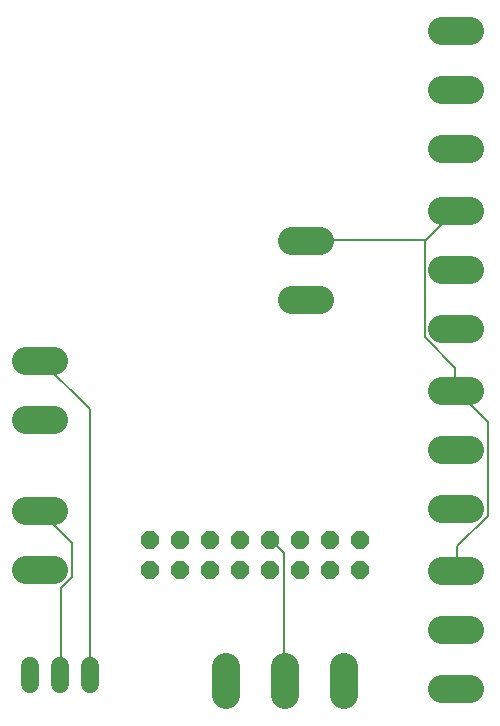
<source format=gbl>
G75*
%MOIN*%
%OFA0B0*%
%FSLAX25Y25*%
%IPPOS*%
%LPD*%
%AMOC8*
5,1,8,0,0,1.08239X$1,22.5*
%
%ADD10C,0.09370*%
%ADD11OC8,0.06000*%
%ADD12C,0.06000*%
%ADD13C,0.00600*%
D10*
X0017213Y0058827D02*
X0026583Y0058827D01*
X0026583Y0078512D02*
X0017213Y0078512D01*
X0017213Y0108827D02*
X0026583Y0108827D01*
X0026583Y0128512D02*
X0017213Y0128512D01*
X0083984Y0026583D02*
X0083984Y0017213D01*
X0103669Y0017213D02*
X0103669Y0026583D01*
X0123354Y0026583D02*
X0123354Y0017213D01*
X0155756Y0018984D02*
X0165126Y0018984D01*
X0165126Y0038669D02*
X0155756Y0038669D01*
X0155756Y0058354D02*
X0165126Y0058354D01*
X0165126Y0078984D02*
X0155756Y0078984D01*
X0155756Y0098669D02*
X0165126Y0098669D01*
X0165126Y0118354D02*
X0155756Y0118354D01*
X0155756Y0138984D02*
X0165126Y0138984D01*
X0165126Y0158669D02*
X0155756Y0158669D01*
X0155756Y0178354D02*
X0165126Y0178354D01*
X0165126Y0198984D02*
X0155756Y0198984D01*
X0155756Y0218669D02*
X0165126Y0218669D01*
X0165126Y0238354D02*
X0155756Y0238354D01*
X0115126Y0168512D02*
X0105756Y0168512D01*
X0105756Y0148827D02*
X0115126Y0148827D01*
D11*
X0118669Y0068669D03*
X0118669Y0058669D03*
X0128669Y0058669D03*
X0128669Y0068669D03*
X0108669Y0068669D03*
X0108669Y0058669D03*
X0098669Y0058669D03*
X0098669Y0068669D03*
X0088669Y0068669D03*
X0088669Y0058669D03*
X0078669Y0058669D03*
X0078669Y0068669D03*
X0068669Y0068669D03*
X0068669Y0058669D03*
X0058669Y0058669D03*
X0058669Y0068669D03*
D12*
X0018669Y0026669D02*
X0018669Y0020669D01*
X0028669Y0020669D02*
X0028669Y0026669D01*
X0038669Y0026669D02*
X0038669Y0020669D01*
D13*
X0038669Y0023669D02*
X0038469Y0024069D01*
X0038469Y0112269D01*
X0022269Y0128469D01*
X0021898Y0128512D01*
X0021898Y0078512D02*
X0022269Y0078069D01*
X0032469Y0067869D01*
X0032469Y0056469D01*
X0028869Y0052869D01*
X0028869Y0024069D01*
X0028669Y0023669D01*
X0098669Y0068669D02*
X0099069Y0068469D01*
X0103269Y0064269D01*
X0103269Y0022269D01*
X0103669Y0021898D01*
X0160441Y0058354D02*
X0160869Y0058869D01*
X0160869Y0066669D01*
X0171069Y0076869D01*
X0171069Y0108069D01*
X0160869Y0118269D01*
X0160441Y0118354D01*
X0160269Y0118869D01*
X0160269Y0126069D01*
X0150069Y0136269D01*
X0150069Y0168669D01*
X0110469Y0168669D01*
X0110441Y0168512D01*
X0150069Y0168669D02*
X0150669Y0168669D01*
X0160269Y0178269D01*
X0160441Y0178354D01*
M02*

</source>
